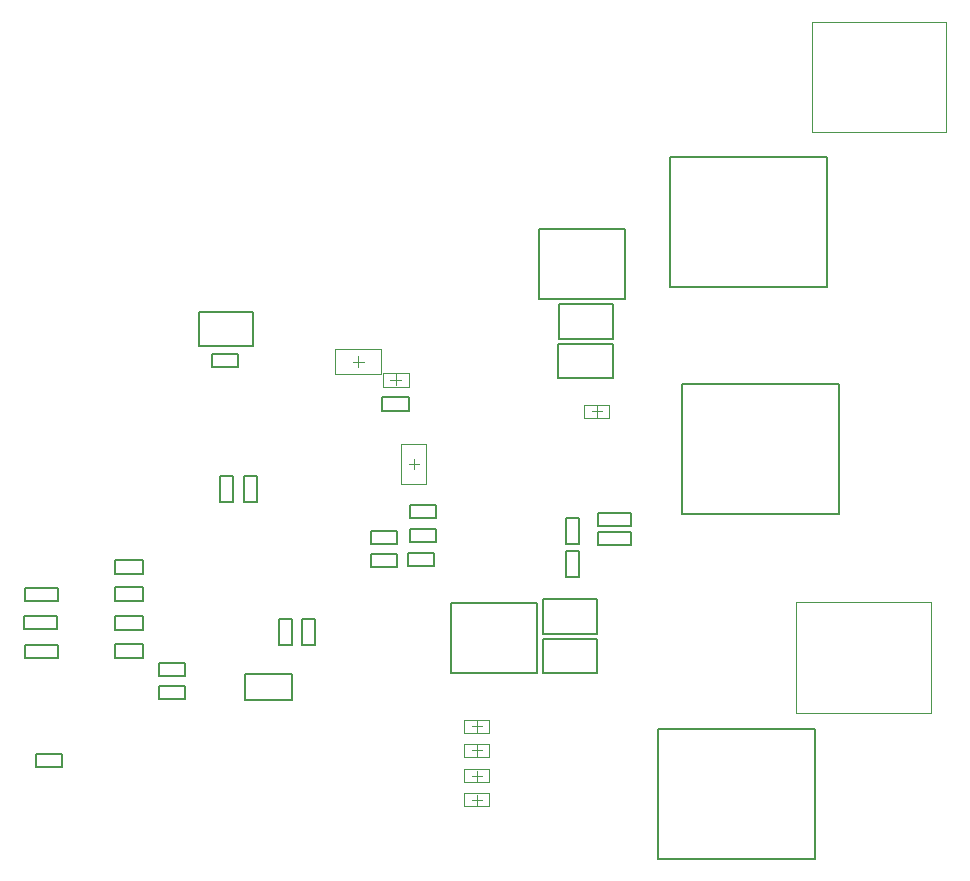
<source format=gbr>
%FSTAX23Y23*%
%MOIN*%
%SFA1B1*%

%IPPOS*%
%ADD14C,0.007870*%
%ADD119C,0.003940*%
%ADD120C,0.001970*%
%LNpcb_bottom_courtyard-1*%
%LPD*%
G54D14*
X04683Y02646D02*
X04726D01*
X04683D02*
Y02733D01*
X04726*
Y02646D02*
Y02733D01*
X05029Y03503D02*
Y03936D01*
X05553*
Y03503D02*
Y03936D01*
X05029Y03503D02*
X05553D01*
X03177Y02266D02*
Y02313D01*
X03272*
Y02266D02*
Y02313D01*
X03177Y02266D02*
X03272D01*
X02916Y01903D02*
Y01946D01*
X03003*
Y01903D02*
Y01946D01*
X02916Y01903D02*
X03003D01*
X04161Y02776D02*
X04248D01*
X04161Y02733D02*
Y02776D01*
Y02733D02*
X04248D01*
Y02776*
X04161Y02696D02*
X04248D01*
X04161Y02653D02*
Y02696D01*
Y02653D02*
X04248D01*
Y02696*
X04156Y02616D02*
X04243D01*
X04156Y02573D02*
Y02616D01*
Y02573D02*
X04243D01*
Y02616*
X03459Y03422D02*
X0364D01*
X03459Y03307D02*
Y03422D01*
Y03307D02*
X0364D01*
Y03422*
X04069Y03138D02*
X0416D01*
X04069Y03091D02*
Y03138D01*
Y03091D02*
X0416D01*
Y03138*
X03501Y03281D02*
X03588D01*
X03501Y03238D02*
Y03281D01*
Y03238D02*
X03588D01*
Y03281*
X02879Y02311D02*
X0299D01*
X02879Y02268D02*
Y02311D01*
Y02268D02*
X0299D01*
Y02311*
X02879Y02501D02*
X0299D01*
X02879Y02458D02*
Y02501D01*
Y02458D02*
X0299D01*
Y02501*
X02876Y02406D02*
X02986D01*
X02876Y02363D02*
Y02406D01*
Y02363D02*
X02986D01*
Y02406*
X04033Y02571D02*
X04119D01*
Y02614*
X04033D02*
X04119D01*
X04033Y02571D02*
Y02614D01*
X03651Y02786D02*
Y02873D01*
X03608D02*
X03651D01*
X03608Y02786D02*
Y02873D01*
Y02786D02*
X03651D01*
X03769Y02311D02*
Y02398D01*
X03726D02*
X03769D01*
X03726Y02311D02*
Y02398D01*
Y02311D02*
X03769D01*
X03846D02*
Y02398D01*
X03803D02*
X03846D01*
X03803Y02311D02*
Y02398D01*
Y02311D02*
X03846D01*
X03326Y02251D02*
X03413D01*
X03326Y02208D02*
Y02251D01*
Y02208D02*
X03413D01*
Y02251*
X03571Y02786D02*
Y02873D01*
X03528D02*
X03571D01*
X03528Y02786D02*
Y02873D01*
Y02786D02*
X03571D01*
X04031Y02648D02*
X04118D01*
Y02691*
X04031D02*
X04118D01*
X04031Y02648D02*
Y02691D01*
X03326Y02174D02*
X03413D01*
X03326Y02131D02*
Y02174D01*
Y02131D02*
X03413D01*
Y02174*
X03611Y02213D02*
X03768D01*
X03611Y02126D02*
Y02213D01*
Y02126D02*
X03768D01*
Y02213*
X04789Y02751D02*
X049D01*
X04789Y02708D02*
Y02751D01*
Y02708D02*
X049D01*
Y02751*
X04789Y02686D02*
X049D01*
X04789Y02643D02*
Y02686D01*
Y02643D02*
X049D01*
Y02686*
X04726Y02536D02*
Y02623D01*
X04683D02*
X04726D01*
X04683Y02536D02*
Y02623D01*
Y02536D02*
X04726D01*
X04656Y032D02*
X04837D01*
Y03315*
X04656D02*
X04837D01*
X04656Y032D02*
Y03315D01*
X04604Y02217D02*
X04785D01*
Y02332*
X04604D02*
X04785D01*
X04604Y02217D02*
Y02332D01*
Y02349D02*
X04785D01*
Y02464*
X04604D02*
X04785D01*
X04604Y02349D02*
Y02464D01*
X04299Y02451D02*
X04586D01*
X04299Y02218D02*
Y02451D01*
Y02218D02*
X04586D01*
Y02451*
X04591Y03464D02*
X04878D01*
Y03697*
X04591D02*
X04878D01*
X04591Y03464D02*
Y03697D01*
X04659Y03332D02*
X0484D01*
Y03447*
X04659D02*
X0484D01*
X04659Y03332D02*
Y03447D01*
X03177Y02546D02*
X03272D01*
Y02593*
X03177D02*
X03272D01*
X03177Y02546D02*
Y02593D01*
Y02456D02*
X03272D01*
Y02503*
X03177D02*
X03272D01*
X03177Y02456D02*
Y02503D01*
Y02361D02*
X03272D01*
Y02408*
X03177D02*
X03272D01*
X03177Y02361D02*
Y02408D01*
X04988Y01598D02*
X05511D01*
Y02031*
X04988D02*
X05511D01*
X04988Y01598D02*
Y02031D01*
X05068Y02748D02*
X05591D01*
Y03181*
X05068D02*
X05591D01*
X05068Y02748D02*
Y03181D01*
G54D119*
X05501Y0402D02*
X0595D01*
Y04389*
X05501D02*
X0595D01*
X05501Y0402D02*
Y04389D01*
X05448Y02084D02*
X05897D01*
Y02454*
X05448D02*
X05897D01*
X05448Y02084D02*
Y02454D01*
X03971Y03255D02*
X04008D01*
X0399Y03236D02*
Y03273D01*
X04767Y0309D02*
X04802D01*
X04785Y03072D02*
Y03107D01*
X04385Y02022D02*
Y02057D01*
X04367Y0204D02*
X04402D01*
X04385Y01942D02*
Y01977D01*
X04367Y0196D02*
X04402D01*
X04385Y01777D02*
Y01812D01*
X04367Y01795D02*
X04402D01*
X04385Y01857D02*
Y01892D01*
X04367Y01875D02*
X04402D01*
X04175Y02897D02*
Y02932D01*
X04157Y02915D02*
X04192D01*
X04115Y03176D02*
Y03213D01*
X04096Y03195D02*
X04133D01*
G54D120*
X03913Y03213D02*
Y03296D01*
X04066Y03213D02*
Y03296D01*
X03913Y03213D02*
X04066D01*
X03913Y03296D02*
X04066D01*
X04743Y03068D02*
Y03111D01*
X04826Y03068D02*
Y03111D01*
X04743Y03068D02*
X04826D01*
X04743Y03111D02*
X04826D01*
X04343Y02061D02*
X04426D01*
X04343Y02018D02*
X04426D01*
Y02061*
X04343Y02018D02*
Y02061D01*
Y01981D02*
X04426D01*
X04343Y01938D02*
X04426D01*
Y01981*
X04343Y01938D02*
Y01981D01*
Y01816D02*
X04426D01*
X04343Y01773D02*
X04426D01*
Y01816*
X04343Y01773D02*
Y01816D01*
Y01896D02*
X04426D01*
X04343Y01853D02*
X04426D01*
Y01896*
X04343Y01853D02*
Y01896D01*
X04133Y02848D02*
X04216D01*
X04133Y02981D02*
X04216D01*
Y02848D02*
Y02981D01*
X04133Y02848D02*
Y02981D01*
X04071Y03171D02*
X04158D01*
X04071Y03218D02*
X04158D01*
X04071Y03171D02*
Y03218D01*
X04158Y03171D02*
Y03218D01*
M02*
</source>
